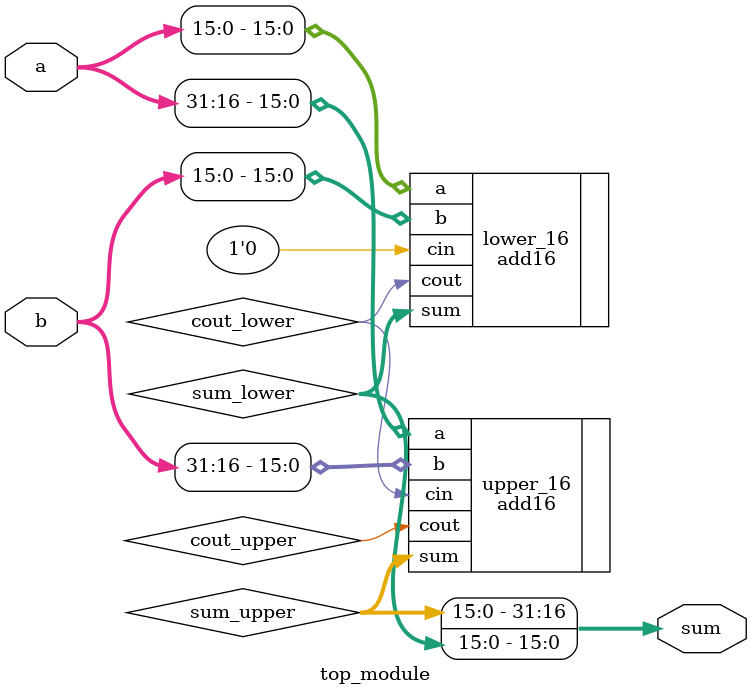
<source format=v>
module top_module(
    input [31:0] a,
    input [31:0] b,
    output [31:0] sum
);

    wire [15:0] sum_lower;
    wire [15:0] sum_upper;
    wire cout_lower, cout_upper;

    // Instance for lower 16 bits
    add16 lower_16 (
        .a(a[15:0]),
        .b(b[15:0]),
        .cin(1'b0),
        .sum(sum_lower),
        .cout(cout_lower)
    );

    // Instance for upper 16 bits
    add16 upper_16 (
        .a(a[31:16]),
        .b(b[31:16]),
        .cin(cout_lower),
        .sum(sum_upper),
        .cout(cout_upper)
    );

    assign sum = {sum_upper, sum_lower};

endmodule
</source>
